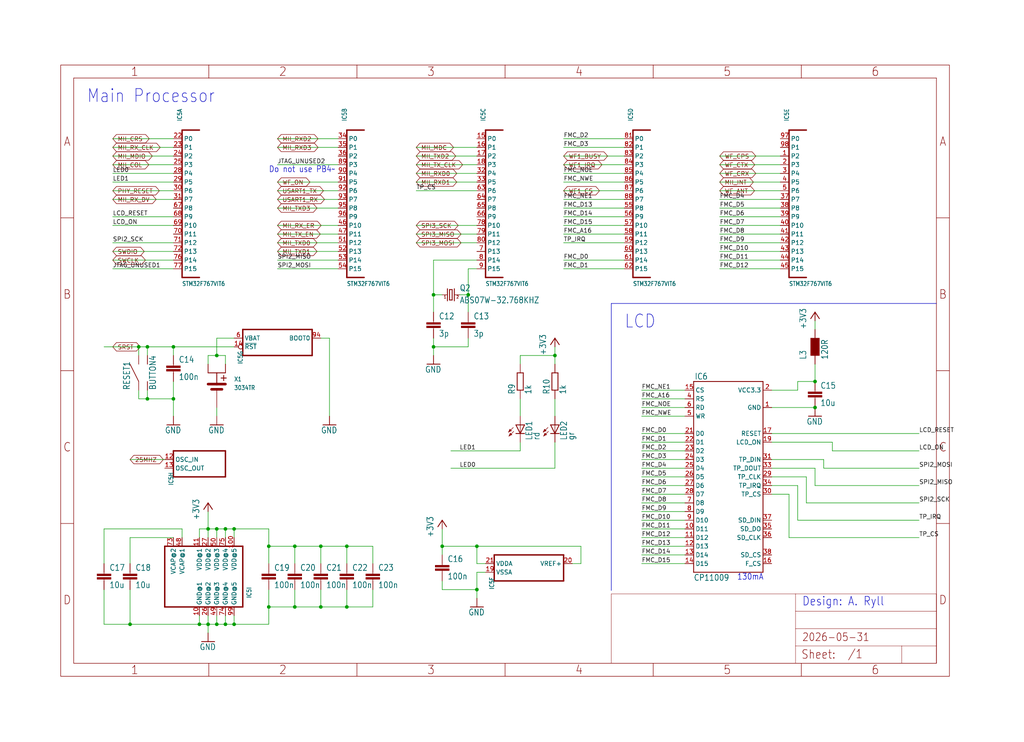
<source format=kicad_sch>
(kicad_sch (version 20231120) (generator "eeschema") (generator_version "8.0")
  (paper "User" 299.999 217.322)
  (junction (at 93.98 177.8))
  (junction (at 63.5 182.88))
  (junction (at 68.58 182.88))
  (junction (at 139.7 172.72))
  (junction (at 86.36 177.8))
  (junction (at 129.54 160.02))
  (junction (at 58.42 182.88))
  (junction (at 162.56 104.14))
  (junction (at 60.96 154.94))
  (junction (at 66.04 182.88))
  (junction (at 63.5 154.94))
  (junction (at 78.74 177.8))
  (junction (at 38.1 182.88))
  (junction (at 66.04 154.94))
  (junction (at 101.6 160.02))
  (junction (at 127 101.6))
  (junction (at 139.7 160.02))
  (junction (at 63.5 104.14))
  (junction (at 68.58 154.94))
  (junction (at 78.74 160.02))
  (junction (at 60.96 182.88))
  (junction (at 101.6 177.8))
  (junction (at 40.64 101.6))
  (junction (at 238.76 119.38))
  (junction (at 50.8 116.84))
  (junction (at 93.98 160.02))
  (junction (at 86.36 160.02))
  (junction (at 137.16 86.36))
  (junction (at 238.76 111.76))
  (junction (at 50.8 101.6))
  (junction (at 127 86.36))
  (junction (at 43.18 101.6))
  (junction (at 43.18 116.84))
  (wire (pts (xy 68.58 154.94) (xy 78.74 154.94)) (stroke (width 0.1524)))
  (wire (pts (xy 139.7 71.12) (xy 121.92 71.12)) (stroke (width 0.1524)))
  (wire (pts (xy 50.8 121.92) (xy 50.8 116.84)) (stroke (width 0.1524)))
  (wire (pts (xy 68.58 182.88) (xy 68.58 180.34)) (stroke (width 0.1524)))
  (wire (pts (xy 38.1 157.48) (xy 38.1 165.1)) (stroke (width 0.1524)))
  (wire (pts (xy 210.82 71.12) (xy 228.6 71.12)) (stroke (width 0.1524)))
  (wire (pts (xy 129.54 172.72) (xy 129.54 170.18)) (stroke (width 0.1524)))
  (wire (pts (xy 210.82 60.96) (xy 228.6 60.96)) (stroke (width 0.1524)))
  (wire (pts (xy 200.66 137.16) (xy 187.96 137.16)) (stroke (width 0.1524)))
  (wire (pts (xy 78.74 177.8) (xy 86.36 177.8)) (stroke (width 0.1524)))
  (wire (pts (xy 63.5 104.14) (xy 63.5 99.06)) (stroke (width 0.1524)))
  (wire (pts (xy 50.8 116.84) (xy 50.8 111.76)) (stroke (width 0.1524)))
  (wire (pts (xy 78.74 182.88) (xy 78.74 177.8)) (stroke (width 0.1524)))
  (wire (pts (xy 236.22 147.32) (xy 269.24 147.32)) (stroke (width 0.1524)))
  (wire (pts (xy 200.66 160.02) (xy 187.96 160.02)) (stroke (width 0.1524)))
  (wire (pts (xy 139.7 45.72) (xy 121.92 45.72)) (stroke (width 0.1524)))
  (wire (pts (xy 50.8 76.2) (xy 33.02 76.2)) (stroke (width 0.1524)))
  (wire (pts (xy 99.06 71.12) (xy 81.28 71.12)) (stroke (width 0.1524)))
  (wire (pts (xy 53.34 157.48) (xy 53.34 154.94)) (stroke (width 0.1524)))
  (wire (pts (xy 99.06 68.58) (xy 81.28 68.58)) (stroke (width 0.1524)))
  (wire (pts (xy 200.66 129.54) (xy 187.96 129.54)) (stroke (width 0.1524)))
  (wire (pts (xy 210.82 76.2) (xy 228.6 76.2)) (stroke (width 0.1524)))
  (polyline (pts (xy 179.07 88.9) (xy 179.07 172.974)) (stroke (width 0.1524) (type solid)))
  (wire (pts (xy 58.42 154.94) (xy 58.42 157.48)) (stroke (width 0.1524)))
  (wire (pts (xy 127 86.36) (xy 127 76.2)) (stroke (width 0.1524)))
  (wire (pts (xy 93.98 165.1) (xy 93.98 160.02)) (stroke (width 0.1524)))
  (wire (pts (xy 241.3 137.16) (xy 241.3 134.62)) (stroke (width 0.1524)))
  (wire (pts (xy 99.06 40.64) (xy 81.28 40.64)) (stroke (width 0.1524)))
  (wire (pts (xy 182.88 60.96) (xy 165.1 60.96)) (stroke (width 0.1524)))
  (wire (pts (xy 50.8 48.26) (xy 33.02 48.26)) (stroke (width 0.1524)))
  (wire (pts (xy 60.96 154.94) (xy 60.96 149.86)) (stroke (width 0.1524)))
  (wire (pts (xy 50.8 157.48) (xy 38.1 157.48)) (stroke (width 0.1524)))
  (wire (pts (xy 182.88 66.04) (xy 165.1 66.04)) (stroke (width 0.1524)))
  (wire (pts (xy 99.06 78.74) (xy 81.28 78.74)) (stroke (width 0.1524)))
  (wire (pts (xy 40.64 104.14) (xy 40.64 101.6)) (stroke (width 0.1524)))
  (wire (pts (xy 238.76 137.16) (xy 226.06 137.16)) (stroke (width 0.1524)))
  (wire (pts (xy 63.5 121.92) (xy 63.5 119.38)) (stroke (width 0.1524)))
  (wire (pts (xy 99.06 73.66) (xy 81.28 73.66)) (stroke (width 0.1524)))
  (wire (pts (xy 233.68 142.24) (xy 226.06 142.24)) (stroke (width 0.1524)))
  (wire (pts (xy 200.66 142.24) (xy 187.96 142.24)) (stroke (width 0.1524)))
  (wire (pts (xy 60.96 104.14) (xy 63.5 104.14)) (stroke (width 0.1524)))
  (wire (pts (xy 233.68 114.3) (xy 233.68 111.76)) (stroke (width 0.1524)))
  (wire (pts (xy 182.88 78.74) (xy 165.1 78.74)) (stroke (width 0.1524)))
  (wire (pts (xy 200.66 154.94) (xy 187.96 154.94)) (stroke (width 0.1524)))
  (wire (pts (xy 139.7 50.8) (xy 121.92 50.8)) (stroke (width 0.1524)))
  (wire (pts (xy 152.4 106.68) (xy 152.4 104.14)) (stroke (width 0.1524)))
  (wire (pts (xy 93.98 172.72) (xy 93.98 177.8)) (stroke (width 0.1524)))
  (wire (pts (xy 127 76.2) (xy 139.7 76.2)) (stroke (width 0.1524)))
  (wire (pts (xy 50.8 43.18) (xy 33.02 43.18)) (stroke (width 0.1524)))
  (wire (pts (xy 68.58 157.48) (xy 68.58 154.94)) (stroke (width 0.1524)))
  (wire (pts (xy 182.88 40.64) (xy 165.1 40.64)) (stroke (width 0.1524)))
  (wire (pts (xy 139.7 165.1) (xy 139.7 160.02)) (stroke (width 0.1524)))
  (wire (pts (xy 167.64 165.1) (xy 170.18 165.1)) (stroke (width 0.1524)))
  (wire (pts (xy 139.7 48.26) (xy 121.92 48.26)) (stroke (width 0.1524)))
  (wire (pts (xy 99.06 48.26) (xy 81.28 48.26)) (stroke (width 0.1524)))
  (wire (pts (xy 139.7 53.34) (xy 121.92 53.34)) (stroke (width 0.1524)))
  (wire (pts (xy 142.24 165.1) (xy 139.7 165.1)) (stroke (width 0.1524)))
  (wire (pts (xy 86.36 160.02) (xy 93.98 160.02)) (stroke (width 0.1524)))
  (wire (pts (xy 68.58 182.88) (xy 78.74 182.88)) (stroke (width 0.1524)))
  (wire (pts (xy 60.96 182.88) (xy 63.5 182.88)) (stroke (width 0.1524)))
  (wire (pts (xy 60.96 154.94) (xy 63.5 154.94)) (stroke (width 0.1524)))
  (wire (pts (xy 101.6 177.8) (xy 109.22 177.8)) (stroke (width 0.1524)))
  (wire (pts (xy 99.06 53.34) (xy 81.28 53.34)) (stroke (width 0.1524)))
  (wire (pts (xy 127 86.36) (xy 127 91.44)) (stroke (width 0.1524)))
  (wire (pts (xy 86.36 165.1) (xy 86.36 160.02)) (stroke (width 0.1524)))
  (wire (pts (xy 243.84 129.54) (xy 243.84 132.08)) (stroke (width 0.1524)))
  (wire (pts (xy 200.66 157.48) (xy 187.96 157.48)) (stroke (width 0.1524)))
  (wire (pts (xy 269.24 132.08) (xy 243.84 132.08)) (stroke (width 0.1524)))
  (wire (pts (xy 228.6 63.5) (xy 210.82 63.5)) (stroke (width 0.1524)))
  (wire (pts (xy 226.06 114.3) (xy 233.68 114.3)) (stroke (width 0.1524)))
  (wire (pts (xy 78.74 160.02) (xy 86.36 160.02)) (stroke (width 0.1524)))
  (wire (pts (xy 60.96 157.48) (xy 60.96 154.94)) (stroke (width 0.1524)))
  (wire (pts (xy 63.5 104.14) (xy 66.04 104.14)) (stroke (width 0.1524)))
  (wire (pts (xy 200.66 147.32) (xy 187.96 147.32)) (stroke (width 0.1524)))
  (wire (pts (xy 200.66 119.38) (xy 187.96 119.38)) (stroke (width 0.1524)))
  (wire (pts (xy 30.48 172.72) (xy 30.48 182.88)) (stroke (width 0.1524)))
  (wire (pts (xy 233.68 111.76) (xy 238.76 111.76)) (stroke (width 0.1524)))
  (wire (pts (xy 50.8 101.6) (xy 43.18 101.6)) (stroke (width 0.1524)))
  (wire (pts (xy 200.66 132.08) (xy 187.96 132.08)) (stroke (width 0.1524)))
  (wire (pts (xy 93.98 177.8) (xy 101.6 177.8)) (stroke (width 0.1524)))
  (wire (pts (xy 238.76 142.24) (xy 269.24 142.24)) (stroke (width 0.1524)))
  (wire (pts (xy 139.7 68.58) (xy 121.92 68.58)) (stroke (width 0.1524)))
  (wire (pts (xy 127 101.6) (xy 127 99.06)) (stroke (width 0.1524)))
  (wire (pts (xy 78.74 172.72) (xy 78.74 177.8)) (stroke (width 0.1524)))
  (wire (pts (xy 162.56 106.68) (xy 162.56 104.14)) (stroke (width 0.1524)))
  (wire (pts (xy 210.82 66.04) (xy 228.6 66.04)) (stroke (width 0.1524)))
  (wire (pts (xy 228.6 50.8) (xy 210.82 50.8)) (stroke (width 0.1524)))
  (wire (pts (xy 78.74 165.1) (xy 78.74 160.02)) (stroke (width 0.1524)))
  (wire (pts (xy 99.06 43.18) (xy 81.28 43.18)) (stroke (width 0.1524)))
  (wire (pts (xy 238.76 96.52) (xy 238.76 93.98)) (stroke (width 0.1524)))
  (wire (pts (xy 93.98 160.02) (xy 101.6 160.02)) (stroke (width 0.1524)))
  (wire (pts (xy 228.6 55.88) (xy 210.82 55.88)) (stroke (width 0.1524)))
  (wire (pts (xy 43.18 116.84) (xy 50.8 116.84)) (stroke (width 0.1524)))
  (wire (pts (xy 86.36 172.72) (xy 86.36 177.8)) (stroke (width 0.1524)))
  (wire (pts (xy 152.4 129.54) (xy 152.4 132.08)) (stroke (width 0.1524)))
  (wire (pts (xy 139.7 55.88) (xy 121.92 55.88)) (stroke (width 0.1524)))
  (wire (pts (xy 60.96 180.34) (xy 60.96 182.88)) (stroke (width 0.1524)))
  (wire (pts (xy 137.16 78.74) (xy 139.7 78.74)) (stroke (width 0.1524)))
  (wire (pts (xy 43.18 114.3) (xy 43.18 116.84)) (stroke (width 0.1524)))
  (wire (pts (xy 139.7 66.04) (xy 121.92 66.04)) (stroke (width 0.1524)))
  (wire (pts (xy 228.6 68.58) (xy 210.82 68.58)) (stroke (width 0.1524)))
  (wire (pts (xy 68.58 101.6) (xy 50.8 101.6)) (stroke (width 0.1524)))
  (wire (pts (xy 50.8 66.04) (xy 33.02 66.04)) (stroke (width 0.1524)))
  (wire (pts (xy 200.66 121.92) (xy 187.96 121.92)) (stroke (width 0.1524)))
  (wire (pts (xy 30.48 182.88) (xy 38.1 182.88)) (stroke (width 0.1524)))
  (wire (pts (xy 182.88 48.26) (xy 165.1 48.26)) (stroke (width 0.1524)))
  (wire (pts (xy 60.96 154.94) (xy 58.42 154.94)) (stroke (width 0.1524)))
  (wire (pts (xy 58.42 180.34) (xy 58.42 182.88)) (stroke (width 0.1524)))
  (wire (pts (xy 200.66 162.56) (xy 187.96 162.56)) (stroke (width 0.1524)))
  (wire (pts (xy 231.14 144.78) (xy 226.06 144.78)) (stroke (width 0.1524)))
  (wire (pts (xy 231.14 157.48) (xy 231.14 144.78)) (stroke (width 0.1524)))
  (wire (pts (xy 182.88 45.72) (xy 165.1 45.72)) (stroke (width 0.1524)))
  (wire (pts (xy 109.22 172.72) (xy 109.22 177.8)) (stroke (width 0.1524)))
  (wire (pts (xy 170.18 160.02) (xy 139.7 160.02)) (stroke (width 0.1524)))
  (wire (pts (xy 182.88 76.2) (xy 165.1 76.2)) (stroke (width 0.1524)))
  (wire (pts (xy 60.96 106.68) (xy 60.96 104.14)) (stroke (width 0.1524)))
  (wire (pts (xy 200.66 139.7) (xy 187.96 139.7)) (stroke (width 0.1524)))
  (wire (pts (xy 182.88 55.88) (xy 165.1 55.88)) (stroke (width 0.1524)))
  (wire (pts (xy 241.3 134.62) (xy 226.06 134.62)) (stroke (width 0.1524)))
  (wire (pts (xy 50.8 73.66) (xy 33.02 73.66)) (stroke (width 0.1524)))
  (wire (pts (xy 238.76 111.76) (xy 238.76 106.68)) (stroke (width 0.1524)))
  (wire (pts (xy 200.66 152.4) (xy 187.96 152.4)) (stroke (width 0.1524)))
  (wire (pts (xy 101.6 160.02) (xy 109.22 160.02)) (stroke (width 0.1524)))
  (wire (pts (xy 99.06 58.42) (xy 81.28 58.42)) (stroke (width 0.1524)))
  (wire (pts (xy 63.5 182.88) (xy 66.04 182.88)) (stroke (width 0.1524)))
  (wire (pts (xy 233.68 152.4) (xy 233.68 142.24)) (stroke (width 0.1524)))
  (wire (pts (xy 38.1 134.62) (xy 48.26 134.62)) (stroke (width 0.1524)))
  (wire (pts (xy 30.48 154.94) (xy 30.48 165.1)) (stroke (width 0.1524)))
  (wire (pts (xy 50.8 45.72) (xy 33.02 45.72)) (stroke (width 0.1524)))
  (wire (pts (xy 96.52 99.06) (xy 93.98 99.06)) (stroke (width 0.1524)))
  (wire (pts (xy 269.24 152.4) (xy 233.68 152.4)) (stroke (width 0.1524)))
  (wire (pts (xy 182.88 63.5) (xy 165.1 63.5)) (stroke (width 0.1524)))
  (wire (pts (xy 139.7 172.72) (xy 129.54 172.72)) (stroke (width 0.1524)))
  (wire (pts (xy 43.18 104.14) (xy 43.18 101.6)) (stroke (width 0.1524)))
  (wire (pts (xy 137.16 101.6) (xy 137.16 99.06)) (stroke (width 0.1524)))
  (wire (pts (xy 182.88 50.8) (xy 165.1 50.8)) (stroke (width 0.1524)))
  (wire (pts (xy 137.16 86.36) (xy 137.16 91.44)) (stroke (width 0.1524)))
  (wire (pts (xy 129.54 160.02) (xy 139.7 160.02)) (stroke (width 0.1524)))
  (wire (pts (xy 50.8 104.14) (xy 50.8 101.6)) (stroke (width 0.1524)))
  (wire (pts (xy 226.06 127) (xy 269.24 127)) (stroke (width 0.1524)))
  (wire (pts (xy 99.06 60.96) (xy 81.28 60.96)) (stroke (width 0.1524)))
  (wire (pts (xy 40.64 114.3) (xy 40.64 116.84)) (stroke (width 0.1524)))
  (polyline (pts (xy 274.32 88.9) (xy 179.07 88.9)) (stroke (width 0.1524) (type solid)))
  (wire (pts (xy 50.8 50.8) (xy 33.02 50.8)) (stroke (width 0.1524)))
  (wire (pts (xy 200.66 165.1) (xy 187.96 165.1)) (stroke (width 0.1524)))
  (wire (pts (xy 139.7 172.72) (xy 139.7 175.26)) (stroke (width 0.1524)))
  (wire (pts (xy 226.06 119.38) (xy 238.76 119.38)) (stroke (width 0.1524)))
  (wire (pts (xy 182.88 43.18) (xy 165.1 43.18)) (stroke (width 0.1524)))
  (wire (pts (xy 53.34 154.94) (xy 30.48 154.94)) (stroke (width 0.1524)))
  (wire (pts (xy 63.5 157.48) (xy 63.5 154.94)) (stroke (width 0.1524)))
  (wire (pts (xy 238.76 142.24) (xy 238.76 137.16)) (stroke (width 0.1524)))
  (wire (pts (xy 66.04 104.14) (xy 66.04 106.68)) (stroke (width 0.1524)))
  (wire (pts (xy 236.22 147.32) (xy 236.22 139.7)) (stroke (width 0.1524)))
  (wire (pts (xy 50.8 71.12) (xy 33.02 71.12)) (stroke (width 0.1524)))
  (wire (pts (xy 127 101.6) (xy 137.16 101.6)) (stroke (width 0.1524)))
  (wire (pts (xy 127 104.14) (xy 127 101.6)) (stroke (width 0.1524)))
  (wire (pts (xy 109.22 165.1) (xy 109.22 160.02)) (stroke (width 0.1524)))
  (wire (pts (xy 66.04 180.34) (xy 66.04 182.88)) (stroke (width 0.1524)))
  (wire (pts (xy 38.1 182.88) (xy 58.42 182.88)) (stroke (width 0.1524)))
  (wire (pts (xy 50.8 58.42) (xy 33.02 58.42)) (stroke (width 0.1524)))
  (wire (pts (xy 134.62 86.36) (xy 137.16 86.36)) (stroke (width 0.1524)))
  (wire (pts (xy 99.06 76.2) (xy 81.28 76.2)) (stroke (width 0.1524)))
  (wire (pts (xy 137.16 86.36) (xy 137.16 78.74)) (stroke (width 0.1524)))
  (wire (pts (xy 86.36 177.8) (xy 93.98 177.8)) (stroke (width 0.1524)))
  (wire (pts (xy 269.24 157.48) (xy 231.14 157.48)) (stroke (width 0.1524)))
  (wire (pts (xy 129.54 162.56) (xy 129.54 160.02)) (stroke (width 0.1524)))
  (wire (pts (xy 139.7 43.18) (xy 121.92 43.18)) (stroke (width 0.1524)))
  (wire (pts (xy 162.56 137.16) (xy 132.08 137.16)) (stroke (width 0.1524)))
  (wire (pts (xy 142.24 167.64) (xy 139.7 167.64)) (stroke (width 0.1524)))
  (wire (pts (xy 182.88 71.12) (xy 165.1 71.12)) (stroke (width 0.1524)))
  (wire (pts (xy 40.64 101.6) (xy 30.48 101.6)) (stroke (width 0.1524)))
  (wire (pts (xy 269.24 137.16) (xy 241.3 137.16)) (stroke (width 0.1524)))
  (wire (pts (xy 63.5 99.06) (xy 68.58 99.06)) (stroke (width 0.1524)))
  (wire (pts (xy 228.6 58.42) (xy 210.82 58.42)) (stroke (width 0.1524)))
  (wire (pts (xy 236.22 139.7) (xy 226.06 139.7)) (stroke (width 0.1524)))
  (wire (pts (xy 129.54 160.02) (xy 129.54 154.94)) (stroke (width 0.1524)))
  (wire (pts (xy 200.66 144.78) (xy 187.96 144.78)) (stroke (width 0.1524)))
  (wire (pts (xy 101.6 165.1) (xy 101.6 160.02)) (stroke (width 0.1524)))
  (wire (pts (xy 170.18 165.1) (xy 170.18 160.02)) (stroke (width 0.1524)))
  (wire (pts (xy 63.5 154.94) (xy 66.04 154.94)) (stroke (width 0.1524)))
  (wire (pts (xy 228.6 48.26) (xy 210.82 48.26)) (stroke (width 0.1524)))
  (wire (pts (xy 200.66 127) (xy 187.96 127)) (stroke (width 0.1524)))
  (wire (pts (xy 162.56 129.54) (xy 162.56 137.16)) (stroke (width 0.1524)))
  (wire (pts (xy 63.5 182.88) (xy 63.5 180.34)) (stroke (width 0.1524)))
  (wire (pts (xy 66.04 154.94) (xy 68.58 154.94)) (stroke (width 0.1524)))
  (wire (pts (xy 96.52 121.92) (xy 96.52 99.06)) (stroke (width 0.1524)))
  (wire (pts (xy 228.6 45.72) (xy 210.82 45.72)) (stroke (width 0.1524)))
  (wire (pts (xy 139.7 167.64) (xy 139.7 172.72)) (stroke (width 0.1524)))
  (wire (pts (xy 50.8 40.64) (xy 33.02 40.64)) (stroke (width 0.1524)))
  (wire (pts (xy 99.06 66.04) (xy 81.28 66.04)) (stroke (width 0.1524)))
  (wire (pts (xy 40.64 116.84) (xy 43.18 116.84)) (stroke (width 0.1524)))
  (wire (pts (xy 152.4 121.92) (xy 152.4 116.84)) (stroke (width 0.1524)))
  (wire (pts (xy 226.06 129.54) (xy 243.84 129.54)) (stroke (width 0.1524)))
  (wire (pts (xy 200.66 134.62) (xy 187.96 134.62)) (stroke (width 0.1524)))
  (wire (pts (xy 66.04 182.88) (xy 68.58 182.88)) (stroke (width 0.1524)))
  (wire (pts (xy 66.04 157.48) (xy 66.04 154.94)) (stroke (width 0.1524)))
  (wire (pts (xy 182.88 58.42) (xy 165.1 58.42)) (stroke (width 0.1524)))
  (wire (pts (xy 162.56 121.92) (xy 162.56 116.84)) (stroke (width 0.1524)))
  (wire (pts (xy 101.6 172.72) (xy 101.6 177.8)) (stroke (width 0.1524)))
  (wire (pts (xy 38.1 172.72) (xy 38.1 182.88)) (stroke (width 0.1524)))
  (wire (pts (xy 78.74 154.94) (xy 78.74 160.02)) (stroke (width 0.1524)))
  (wire (pts (xy 60.96 185.42) (xy 60.96 182.88)) (stroke (width 0.1524)))
  (wire (pts (xy 182.88 68.58) (xy 165.1 68.58)) (stroke (width 0.1524)))
  (wire (pts (xy 228.6 78.74) (xy 210.82 78.74)) (stroke (width 0.1524)))
  (wire (pts (xy 200.66 114.3) (xy 187.96 114.3)) (stroke (width 0.1524)))
  (wire (pts (xy 162.56 104.14) (xy 162.56 101.6)) (stroke (width 0.1524)))
  (wire (pts (xy 58.42 182.88) (xy 60.96 182.88)) (stroke (width 0.1524)))
  (wire (pts (xy 50.8 53.34) (xy 33.02 53.34)) (stroke (width 0.1524)))
  (wire (pts (xy 200.66 149.86) (xy 187.96 149.86)) (stroke (width 0.1524)))
  (wire (pts (xy 50.8 78.74) (xy 33.02 78.74)) (stroke (width 0.1524)))
  (wire (pts (xy 162.56 104.14) (xy 152.4 104.14)) (stroke (width 0.1524)))
  (wire (pts (xy 129.54 86.36) (xy 127 86.36)) (stroke (width 0.1524)))
  (wire (pts (xy 99.06 55.88) (xy 81.28 55.88)) (stroke (width 0.1524)))
  (wire (pts (xy 50.8 55.88) (xy 33.02 55.88)) (stroke (width 0.1524)))
  (wire (pts (xy 182.88 53.34) (xy 165.1 53.34)) (stroke (width 0.1524)))
  (wire (pts (xy 50.8 63.5) (xy 33.02 63.5)) (stroke (width 0.1524)))
  (wire (pts (xy 200.66 116.84) (xy 187.96 116.84)) (stroke (width 0.1524)))
  (wire (pts (xy 228.6 53.34) (xy 210.82 53.34)) (stroke (width 0.1524)))
  (wire (pts (xy 228.6 73.66) (xy 210.82 73.66)) (stroke (width 0.1524)))
  (wire (pts (xy 43.18 101.6) (xy 40.64 101.6)) (stroke (width 0.1524)))
  (wire (pts (xy 152.4 132.08) (xy 132.08 132.08)) (stroke (width 0.1524)))
  (text "130mA" (at 215.9 170.18 0) (effects (font (size 1.778 1.5113)) (justify left bottom)))
  (text "LCD" (at 182.88 96.52 0) (effects (font (size 3.81 3.2385)) (justify left bottom)))
  (text "Main Processor" (at 25.4 30.48 0) (effects (font (size 3.81 3.2385)) (justify left bottom)))
  (text "Design: A. Ryll" (at 234.95 177.8 0) (effects (font (size 2.54 2.159)) (justify left bottom)))
  (text "Do not use PB4~~{}" (at 78.74 50.8 0) (effects (font (size 1.778 1.5113)) (justify left bottom)))
  (label "FMC_D14" (at 187.96 162.56 0) (effects (font (size 1.2446 1.2446))))
  (label "TP_IRQ" (at 269.24 152.4 0) (effects (font (size 1.2446 1.2446))))
  (label "FMC_D5" (at 210.82 60.96 0) (effects (font (size 1.2446 1.2446))))
  (label "FMC_D15" (at 165.1 66.04 0) (effects (font (size 1.2446 1.2446))))
  (label "FMC_D8" (at 210.82 68.58 0) (effects (font (size 1.2446 1.2446))))
  (label "LED1" (at 134.62 132.08 0) (effects (font (size 1.2446 1.2446))))
  (label "FMC_NOE" (at 187.96 119.38 0) (effects (font (size 1.2446 1.2446))))
  (label "FMC_D10" (at 187.96 152.4 0) (effects (font (size 1.2446 1.2446))))
  (label "FMC_D9" (at 187.96 149.86 0) (effects (font (size 1.2446 1.2446))))
  (label "FMC_D1" (at 187.96 129.54 0) (effects (font (size 1.2446 1.2446))))
  (label "SPI2_SCK" (at 33.02 71.12 0) (effects (font (size 1.2446 1.2446))))
  (label "FMC_D0" (at 165.1 76.2 0) (effects (font (size 1.2446 1.2446))))
  (label "FMC_D12" (at 210.82 78.74 0) (effects (font (size 1.2446 1.2446))))
  (label "FMC_D8" (at 187.96 147.32 0) (effects (font (size 1.2446 1.2446))))
  (label "FMC_D7" (at 210.82 66.04 0) (effects (font (size 1.2446 1.2446))))
  (label "FMC_D2" (at 165.1 40.64 0) (effects (font (size 1.2446 1.2446))))
  (label "FMC_D7" (at 187.96 144.78 0) (effects (font (size 1.2446 1.2446))))
  (label "FMC_D13" (at 187.96 160.02 0) (effects (font (size 1.2446 1.2446))))
  (label "FMC_D0" (at 187.96 127 0) (effects (font (size 1.2446 1.2446))))
  (label "SPI2_MOSI" (at 269.24 137.16 0) (effects (font (size 1.2446 1.2446))))
  (label "FMC_A16" (at 187.96 116.84 0) (effects (font (size 1.2446 1.2446))))
  (label "LED0" (at 134.62 137.16 0) (effects (font (size 1.2446 1.2446))))
  (label "FMC_D3" (at 187.96 134.62 0) (effects (font (size 1.2446 1.2446))))
  (label "TP_CS" (at 269.24 157.48 0) (effects (font (size 1.2446 1.2446))))
  (label "FMC_D6" (at 187.96 142.24 0) (effects (font (size 1.2446 1.2446))))
  (label "FMC_NWE" (at 187.96 121.92 0) (effects (font (size 1.2446 1.2446))))
  (label "FMC_NOE" (at 165.1 50.8 0) (effects (font (size 1.2446 1.2446))))
  (label "LCD_ON" (at 269.24 132.08 0) (effects (font (size 1.2446 1.2446))))
  (label "FMC_D1" (at 165.1 78.74 0) (effects (font (size 1.2446 1.2446))))
  (label "FMC_D12" (at 187.96 157.48 0) (effects (font (size 1.2446 1.2446))))
  (label "JTAG_UNUSED2" (at 81.28 48.26 0) (effects (font (size 1.2446 1.2446))))
  (label "LED0" (at 33.02 50.8 0) (effects (font (size 1.2446 1.2446))))
  (label "FMC_NE1" (at 187.96 114.3 0) (effects (font (size 1.2446 1.2446))))
  (label "FMC_NE1" (at 165.1 58.42 0) (effects (font (size 1.2446 1.2446))))
  (label "FMC_D10" (at 210.82 73.66 0) (effects (font (size 1.2446 1.2446))))
  (label "SPI2_SCK" (at 269.24 147.32 0) (effects (font (size 1.2446 1.2446))))
  (label "FMC_D9" (at 210.82 71.12 0) (effects (font (size 1.2446 1.2446))))
  (label "FMC_D13" (at 165.1 60.96 0) (effects (font (size 1.2446 1.2446))))
  (label "FMC_D2" (at 187.96 132.08 0) (effects (font (size 1.2446 1.2446))))
  (label "FMC_D11" (at 210.82 76.2 0) (effects (font (size 1.2446 1.2446))))
  (label "LCD_ON" (at 33.02 66.04 0) (effects (font (size 1.2446 1.2446))))
  (label "LCD_RESET" (at 269.24 127 0) (effects (font (size 1.2446 1.2446))))
  (label "LED1" (at 33.02 53.34 0) (effects (font (size 1.2446 1.2446))))
  (label "FMC_NWE" (at 165.1 53.34 0) (effects (font (size 1.2446 1.2446))))
  (label "SPI2_MISO" (at 269.24 142.24 0) (effects (font (size 1.2446 1.2446))))
  (label "SPI2_MOSI" (at 81.28 78.74 0) (effects (font (size 1.2446 1.2446))))
  (label "FMC_D14" (at 165.1 63.5 0) (effects (font (size 1.2446 1.2446))))
  (label "FMC_D3" (at 165.1 43.18 0) (effects (font (size 1.2446 1.2446))))
  (label "FMC_D6" (at 210.82 63.5 0) (effects (font (size 1.2446 1.2446))))
  (label "SPI2_MISO" (at 81.28 76.2 0) (effects (font (size 1.2446 1.2446))))
  (label "FMC_D5" (at 187.96 139.7 0) (effects (font (size 1.2446 1.2446))))
  (label "LCD_RESET" (at 33.02 63.5 0) (effects (font (size 1.2446 1.2446))))
  (label "FMC_D11" (at 187.96 154.94 0) (effects (font (size 1.2446 1.2446))))
  (label "FMC_D4" (at 187.96 137.16 0) (effects (font (size 1.2446 1.2446))))
  (label "JTAG_UNUSED1" (at 33.02 78.74 0) (effects (font (size 1.2446 1.2446))))
  (label "TP_CS" (at 121.92 55.88 0) (effects (font (size 1.2446 1.2446))))
  (label "FMC_D4" (at 210.82 58.42 0) (effects (font (size 1.2446 1.2446))))
  (label "FMC_A16" (at 165.1 68.58 0) (effects (font (size 1.2446 1.2446))))
  (label "TP_IRQ" (at 165.1 71.12 0) (effects (font (size 1.2446 1.2446))))
  (label "FMC_D15" (at 187.96 165.1 0) (effects (font (size 1.2446 1.2446))))
  (global_label "MII_TXD0" (shape bidirectional) (at 81.28 71.12 0) (effects (font (size 1.2446 1.2446))) (property "Intersheetrefs" "${INTERSHEET_REFS}" (effects (hide yes))))
  (global_label "MII_MDC" (shape bidirectional) (at 121.92 43.18 0) (effects (font (size 1.2446 1.2446))) (property "Intersheetrefs" "${INTERSHEET_REFS}" (effects (hide yes))))
  (global_label "WF_CRX" (shape bidirectional) (at 210.82 50.8 0) (effects (font (size 1.2446 1.2446))) (property "Intersheetrefs" "${INTERSHEET_REFS}" (effects (hide yes))))
  (global_label "PHY_RESET" (shape bidirectional) (at 33.02 55.88 0) (effects (font (size 1.2446 1.2446))) (property "Intersheetrefs" "${INTERSHEET_REFS}" (effects (hide yes))))
  (global_label "MII_TXD1" (shape bidirectional) (at 81.28 73.66 0) (effects (font (size 1.2446 1.2446))) (property "Intersheetrefs" "${INTERSHEET_REFS}" (effects (hide yes))))
  (global_label "25MHZ" (shape bidirectional) (at 38.1 134.62 0) (effects (font (size 1.2446 1.2446))) (property "Intersheetrefs" "${INTERSHEET_REFS}" (effects (hide yes))))
  (global_label "WF1_IRQ" (shape bidirectional) (at 165.1 48.26 0) (effects (font (size 1.2446 1.2446))) (property "Intersheetrefs" "${INTERSHEET_REFS}" (effects (hide yes))))
  (global_label "SWDIO" (shape bidirectional) (at 33.02 73.66 0) (effects (font (size 1.2446 1.2446))) (property "Intersheetrefs" "${INTERSHEET_REFS}" (effects (hide yes))))
  (global_label "MII_CRS" (shape bidirectional) (at 33.02 40.64 0) (effects (font (size 1.2446 1.2446))) (property "Intersheetrefs" "${INTERSHEET_REFS}" (effects (hide yes))))
  (global_label "MII_TX_CLK" (shape bidirectional) (at 121.92 48.26 0) (effects (font (size 1.2446 1.2446))) (property "Intersheetrefs" "${INTERSHEET_REFS}" (effects (hide yes))))
  (global_label "WF_ANT" (shape bidirectional) (at 210.82 55.88 0) (effects (font (size 1.2446 1.2446))) (property "Intersheetrefs" "${INTERSHEET_REFS}" (effects (hide yes))))
  (global_label "SPI3_SCK" (shape bidirectional) (at 121.92 66.04 0) (effects (font (size 1.2446 1.2446))) (property "Intersheetrefs" "${INTERSHEET_REFS}" (effects (hide yes))))
  (global_label "MII_RXD3" (shape bidirectional) (at 81.28 43.18 0) (effects (font (size 1.2446 1.2446))) (property "Intersheetrefs" "${INTERSHEET_REFS}" (effects (hide yes))))
  (global_label "MII_INT" (shape bidirectional) (at 210.82 53.34 0) (effects (font (size 1.2446 1.2446))) (property "Intersheetrefs" "${INTERSHEET_REFS}" (effects (hide yes))))
  (global_label "MII_COL" (shape bidirectional) (at 33.02 48.26 0) (effects (font (size 1.2446 1.2446))) (property "Intersheetrefs" "${INTERSHEET_REFS}" (effects (hide yes))))
  (global_label "MII_RX_DV" (shape bidirectional) (at 33.02 58.42 0) (effects (font (size 1.2446 1.2446))) (property "Intersheetrefs" "${INTERSHEET_REFS}" (effects (hide yes))))
  (global_label "WF1_CS" (shape bidirectional) (at 165.1 55.88 0) (effects (font (size 1.2446 1.2446))) (property "Intersheetrefs" "${INTERSHEET_REFS}" (effects (hide yes))))
  (global_label "USART1_RX" (shape bidirectional) (at 81.28 58.42 0) (effects (font (size 1.2446 1.2446))) (property "Intersheetrefs" "${INTERSHEET_REFS}" (effects (hide yes))))
  (global_label "MII_RX_CLK" (shape bidirectional) (at 33.02 43.18 0) (effects (font (size 1.2446 1.2446))) (property "Intersheetrefs" "${INTERSHEET_REFS}" (effects (hide yes))))
  (global_label "MII_RX_ER" (shape bidirectional) (at 81.28 66.04 0) (effects (font (size 1.2446 1.2446))) (property "Intersheetrefs" "${INTERSHEET_REFS}" (effects (hide yes))))
  (global_label "MII_MDIO" (shape bidirectional) (at 33.02 45.72 0) (effects (font (size 1.2446 1.2446))) (property "Intersheetrefs" "${INTERSHEET_REFS}" (effects (hide yes))))
  (global_label "MII_TX_EN" (shape bidirectional) (at 81.28 68.58 0) (effects (font (size 1.2446 1.2446))) (property "Intersheetrefs" "${INTERSHEET_REFS}" (effects (hide yes))))
  (global_label "MII_RXD0" (shape bidirectional) (at 121.92 50.8 0) (effects (font (size 1.2446 1.2446))) (property "Intersheetrefs" "${INTERSHEET_REFS}" (effects (hide yes))))
  (global_label "MII_RXD1" (shape bidirectional) (at 121.92 53.34 0) (effects (font (size 1.2446 1.2446))) (property "Intersheetrefs" "${INTERSHEET_REFS}" (effects (hide yes))))
  (global_label "MII_TXD3" (shape bidirectional) (at 81.28 60.96 0) (effects (font (size 1.2446 1.2446))) (property "Intersheetrefs" "${INTERSHEET_REFS}" (effects (hide yes))))
  (global_label "SWCLK" (shape bidirectional) (at 33.02 76.2 0) (effects (font (size 1.2446 1.2446))) (property "Intersheetrefs" "${INTERSHEET_REFS}" (effects (hide yes))))
  (global_label "SPI3_MISO" (shape bidirectional) (at 121.92 68.58 0) (effects (font (size 1.2446 1.2446))) (property "Intersheetrefs" "${INTERSHEET_REFS}" (effects (hide yes))))
  (global_label "WF_CTX" (shape bidirectional) (at 210.82 48.26 0) (effects (font (size 1.2446 1.2446))) (property "Intersheetrefs" "${INTERSHEET_REFS}" (effects (hide yes))))
  (global_label "WF_CPS" (shape bidirectional) (at 210.82 45.72 0) (effects (font (size 1.2446 1.2446))) (property "Intersheetrefs" "${INTERSHEET_REFS}" (effects (hide yes))))
  (global_label "MII_TXD2" (shape bidirectional) (at 121.92 45.72 0) (effects (font (size 1.2446 1.2446))) (property "Intersheetrefs" "${INTERSHEET_REFS}" (effects (hide yes))))
  (global_label "WF1_BUSY" (shape bidirectional) (at 165.1 45.72 0) (effects (font (size 1.2446 1.2446))) (property "Intersheetrefs" "${INTERSHEET_REFS}" (effects (hide yes))))
  (global_label "WF_ON" (shape bidirectional) (at 81.28 53.34 0) (effects (font (size 1.2446 1.2446))) (property "Intersheetrefs" "${INTERSHEET_REFS}" (effects (hide yes))))
  (global_label "SRST" (shape bidirectional) (at 33.02 101.6 0) (effects (font (size 1.2446 1.2446))) (property "Intersheetrefs" "${INTERSHEET_REFS}" (effects (hide yes))))
  (global_label "MII_RXD2" (shape bidirectional) (at 81.28 40.64 0) (effects (font (size 1.2446 1.2446))) (property "Intersheetrefs" "${INTERSHEET_REFS}" (effects (hide yes))))
  (global_label "SPI3_MOSI" (shape bidirectional) (at 121.92 71.12 0) (effects (font (size 1.2446 1.2446))) (property "Intersheetrefs" "${INTERSHEET_REFS}" (effects (hide yes))))
  (global_label "USART1_TX" (shape bidirectional) (at 81.28 55.88 0) (effects (font (size 1.2446 1.2446))) (property "Intersheetrefs" "${INTERSHEET_REFS}" (effects (hide yes))))
  (symbol (lib_id "Base Station v3b-eagle-import:A4L-LOC") (at 17.78 198.12 0) (unit 1)
    (property "Reference" "#FRAME2" (effects (hide yes)))
    (property "Value" "A4L-LOC" (effects (hide yes)))
  )
  (symbol (lib_id "Base Station v3b-eagle-import:C-EUC0603") (at 109.22 167.64 0) (unit 1)
    (property "Reference" "C23" (at 110.744 167.259 0) (effects (font (size 1.778 1.5113)) (justify left bottom)))
    (property "Value" "100n" (at 110.744 172.339 0) (effects (font (size 1.778 1.5113)) (justify left bottom)))
    (property "Footprint" "Base Station v3b:C0603" (effects (hide yes)))
  )
  (symbol (lib_id "Base Station v3b-eagle-import:C-EUC0603") (at 137.16 93.98 0) (unit 1)
    (property "Reference" "C13" (at 138.684 93.599 0) (effects (font (size 1.778 1.5113)) (justify left bottom)))
    (property "Value" "3p" (at 138.684 98.679 0) (effects (font (size 1.778 1.5113)) (justify left bottom)))
    (property "Footprint" "Base Station v3b:C0603" (effects (hide yes)))
  )
  (symbol (lib_id "Base Station v3b-eagle-import:GND") (at 50.8 124.46 0) (unit 1)
    (property "Reference" "#GND075" (effects (hide yes)))
    (property "Value" "GND" (at 48.26 127 0) (effects (font (size 1.778 1.5113)) (justify left bottom)))
  )
  (symbol (lib_id "Base Station v3b-eagle-import:C-EUC0603") (at 93.98 167.64 0) (unit 1)
    (property "Reference" "C21" (at 95.504 167.259 0) (effects (font (size 1.778 1.5113)) (justify left bottom)))
    (property "Value" "100n" (at 95.504 172.339 0) (effects (font (size 1.778 1.5113)) (justify left bottom)))
    (property "Footprint" "Base Station v3b:C0603" (effects (hide yes)))
  )
  (symbol (lib_id "Base Station v3b-eagle-import:+3V3") (at 129.54 152.4 0) (unit 1)
    (property "Reference" "#+3V07" (effects (hide yes)))
    (property "Value" "+3V3" (at 127 157.48 90) (effects (font (size 1.778 1.5113)) (justify left bottom)))
  )
  (symbol (lib_id "Base Station v3b-eagle-import:STM32F76_V") (at 187.96 58.42 0) (unit 4)
    (property "Reference" "IC5" (at 185.42 35.56 90) (effects (font (size 1.27 1.0795)) (justify left bottom)))
    (property "Value" "STM32F767VIT6" (at 185.42 83.82 0) (effects (font (size 1.27 1.0795)) (justify left bottom)))
    (property "Footprint" "Base Station v3b:LQFP100-ST" (effects (hide yes)))
  )
  (symbol (lib_id "Base Station v3b-eagle-import:GND") (at 96.52 124.46 0) (unit 1)
    (property "Reference" "#GND09" (effects (hide yes)))
    (property "Value" "GND" (at 93.98 127 0) (effects (font (size 1.778 1.5113)) (justify left bottom)))
  )
  (symbol (lib_id "Base Station v3b-eagle-import:STM32F76_V") (at 58.42 137.16 0) (unit 8)
    (property "Reference" "IC5" (at 50.8 142.24 90) (effects (font (size 1.27 1.0795)) (justify left bottom)))
    (property "Value" "STM32F767VIT6" (effects (hide yes)))
    (property "Footprint" "Base Station v3b:LQFP100-ST" (effects (hide yes)))
  )
  (symbol (lib_id "Base Station v3b-eagle-import:GND") (at 139.7 177.8 0) (unit 1)
    (property "Reference" "#GND019" (effects (hide yes)))
    (property "Value" "GND" (at 137.16 180.34 0) (effects (font (size 1.778 1.5113)) (justify left bottom)))
  )
  (symbol (lib_id "Base Station v3b-eagle-import:C-EUC0603") (at 129.54 165.1 0) (unit 1)
    (property "Reference" "C16" (at 131.064 164.719 0) (effects (font (size 1.778 1.5113)) (justify left bottom)))
    (property "Value" "100n" (at 131.064 169.799 0) (effects (font (size 1.778 1.5113)) (justify left bottom)))
    (property "Footprint" "Base Station v3b:C0603" (effects (hide yes)))
  )
  (symbol (lib_id "Base Station v3b-eagle-import:BUTTON4") (at 40.64 109.22 90) (unit 1)
    (property "Reference" "RESET1" (at 38.1 114.3 0) (effects (font (size 1.778 1.5113)) (justify left bottom)))
    (property "Value" "BUTTON4" (at 45.72 114.3 0) (effects (font (size 1.778 1.5113)) (justify left bottom)))
    (property "Footprint" "Base Station v3b:BUTTON4" (effects (hide yes)))
  )
  (symbol (lib_id "Base Station v3b-eagle-import:GND") (at 127 106.68 0) (unit 1)
    (property "Reference" "#GND02" (effects (hide yes)))
    (property "Value" "GND" (at 124.46 109.22 0) (effects (font (size 1.778 1.5113)) (justify left bottom)))
  )
  (symbol (lib_id "Base Station v3b-eagle-import:C-EUC0603") (at 50.8 106.68 0) (unit 1)
    (property "Reference" "C14" (at 52.324 106.299 0) (effects (font (size 1.778 1.5113)) (justify left bottom)))
    (property "Value" "100n" (at 52.324 111.379 0) (effects (font (size 1.778 1.5113)) (justify left bottom)))
    (property "Footprint" "Base Station v3b:C0603" (effects (hide yes)))
  )
  (symbol (lib_id "Base Station v3b-eagle-import:+3V3") (at 162.56 99.06 0) (unit 1)
    (property "Reference" "#+3V026" (effects (hide yes)))
    (property "Value" "+3V3" (at 160.02 104.14 90) (effects (font (size 1.778 1.5113)) (justify left bottom)))
  )
  (symbol (lib_id "Base Station v3b-eagle-import:CRYSTAL07W") (at 132.08 86.36 0) (unit 1)
    (property "Reference" "Q2" (at 134.62 85.344 0) (effects (font (size 1.778 1.5113)) (justify left bottom)))
    (property "Value" "ABS07W-32.768KHZ" (at 134.62 88.9 0) (effects (font (size 1.778 1.5113)) (justify left bottom)))
    (property "Footprint" "Base Station v3b:CRYSTAL-07W" (effects (hide yes)))
  )
  (symbol (lib_id "Base Station v3b-eagle-import:STM32F76_V") (at 81.28 101.6 0) (unit 7)
    (property "Reference" "IC5" (at 71.12 106.68 90) (effects (font (size 1.27 1.0795)) (justify left bottom)))
    (property "Value" "STM32F767VIT6" (effects (hide yes)))
    (property "Footprint" "Base Station v3b:LQFP100-ST" (effects (hide yes)))
  )
  (symbol (lib_id "Base Station v3b-eagle-import:C-EUC0603") (at 101.6 167.64 0) (unit 1)
    (property "Reference" "C22" (at 103.124 167.259 0) (effects (font (size 1.778 1.5113)) (justify left bottom)))
    (property "Value" "100n" (at 103.124 172.339 0) (effects (font (size 1.778 1.5113)) (justify left bottom)))
    (property "Footprint" "Base Station v3b:C0603" (effects (hide yes)))
  )
  (symbol (lib_id "Base Station v3b-eagle-import:LEDCHIP-LED0603") (at 162.56 124.46 0) (unit 1)
    (property "Reference" "LED2" (at 166.116 129.032 90) (effects (font (size 1.778 1.5113)) (justify left bottom)))
    (property "Value" "gr" (at 168.275 129.032 90) (effects (font (size 1.778 1.5113)) (justify left bottom)))
    (property "Footprint" "Base Station v3b:CHIP-LED0603" (effects (hide yes)))
  )
  (symbol (lib_id "Base Station v3b-eagle-import:C-EUC0603") (at 30.48 167.64 0) (unit 1)
    (property "Reference" "C17" (at 32.004 167.259 0) (effects (font (size 1.778 1.5113)) (justify left bottom)))
    (property "Value" "10u" (at 32.004 172.339 0) (effects (font (size 1.778 1.5113)) (justify left bottom)))
    (property "Footprint" "Base Station v3b:C0603" (effects (hide yes)))
  )
  (symbol (lib_id "Base Station v3b-eagle-import:STM32F76_V") (at 154.94 167.64 0) (unit 6)
    (property "Reference" "IC5" (at 144.78 172.72 90) (effects (font (size 1.27 1.0795)) (justify left bottom)))
    (property "Value" "STM32F767VIT6" (effects (hide yes)))
    (property "Footprint" "Base Station v3b:LQFP100-ST" (effects (hide yes)))
  )
  (symbol (lib_id "Base Station v3b-eagle-import:GND") (at 238.76 121.92 0) (unit 1)
    (property "Reference" "#GND036" (effects (hide yes)))
    (property "Value" "GND" (at 236.22 124.46 0) (effects (font (size 1.778 1.5113)) (justify left bottom)))
  )
  (symbol (lib_id "Base Station v3b-eagle-import:LEDCHIP-LED0603") (at 152.4 124.46 0) (unit 1)
    (property "Reference" "LED1" (at 155.956 129.032 90) (effects (font (size 1.778 1.5113)) (justify left bottom)))
    (property "Value" "rd" (at 158.115 129.032 90) (effects (font (size 1.778 1.5113)) (justify left bottom)))
    (property "Footprint" "Base Station v3b:CHIP-LED0603" (effects (hide yes)))
  )
  (symbol (lib_id "Base Station v3b-eagle-import:R-EU_R0603") (at 152.4 111.76 90) (unit 1)
    (property "Reference" "R9" (at 150.9014 115.57 0) (effects (font (size 1.778 1.5113)) (justify left bottom)))
    (property "Value" "1k" (at 155.702 115.57 0) (effects (font (size 1.778 1.5113)) (justify left bottom)))
    (property "Footprint" "Base Station v3b:R0603" (effects (hide yes)))
  )
  (symbol (lib_id "Base Station v3b-eagle-import:+3V3") (at 60.96 147.32 0) (unit 1)
    (property "Reference" "#+3V04" (effects (hide yes)))
    (property "Value" "+3V3" (at 58.42 152.4 90) (effects (font (size 1.778 1.5113)) (justify left bottom)))
  )
  (symbol (lib_id "Base Station v3b-eagle-import:WE-CBF_0603") (at 241.3 101.6 90) (unit 1)
    (property "Reference" "L3" (at 236.22 105.41 0) (effects (font (size 1.778 1.5113)) (justify left bottom)))
    (property "Value" "120R" (at 242.57 105.41 0) (effects (font (size 1.778 1.5113)) (justify left bottom)))
    (property "Footprint" "Base Station v3b:0603" (effects (hide yes)))
  )
  (symbol (lib_id "Base Station v3b-eagle-import:STM32F76_V") (at 58.42 167.64 0) (unit 9)
    (property "Reference" "IC5" (at 73.66 175.26 90) (effects (font (size 1.27 1.0795)) (justify left bottom)))
    (property "Value" "STM32F767VIT6" (effects (hide yes)))
    (property "Footprint" "Base Station v3b:LQFP100-ST" (effects (hide yes)))
  )
  (symbol (lib_id "Base Station v3b-eagle-import:C-EUC0603") (at 38.1 167.64 0) (unit 1)
    (property "Reference" "C18" (at 39.624 167.259 0) (effects (font (size 1.778 1.5113)) (justify left bottom)))
    (property "Value" "10u" (at 39.624 172.339 0) (effects (font (size 1.778 1.5113)) (justify left bottom)))
    (property "Footprint" "Base Station v3b:C0603" (effects (hide yes)))
  )
  (symbol (lib_id "Base Station v3b-eagle-import:STM32F76_V") (at 144.78 58.42 0) (unit 3)
    (property "Reference" "IC5" (at 142.24 35.56 90) (effects (font (size 1.27 1.0795)) (justify left bottom)))
    (property "Value" "STM32F767VIT6" (at 142.24 83.82 0) (effects (font (size 1.27 1.0795)) (justify left bottom)))
    (property "Footprint" "Base Station v3b:LQFP100-ST" (effects (hide yes)))
  )
  (symbol (lib_id "Base Station v3b-eagle-import:STM32F76_V") (at 104.14 58.42 0) (unit 2)
    (property "Reference" "IC5" (at 101.6 35.56 90) (effects (font (size 1.27 1.0795)) (justify left bottom)))
    (property "Value" "STM32F767VIT6" (at 101.6 83.82 0) (effects (font (size 1.27 1.0795)) (justify left bottom)))
    (property "Footprint" "Base Station v3b:LQFP100-ST" (effects (hide yes)))
  )
  (symbol (lib_id "Base Station v3b-eagle-import:C-EUC0603") (at 86.36 167.64 0) (unit 1)
    (property "Reference" "C20" (at 87.884 167.259 0) (effects (font (size 1.778 1.5113)) (justify left bottom)))
    (property "Value" "100n" (at 87.884 172.339 0) (effects (font (size 1.778 1.5113)) (justify left bottom)))
    (property "Footprint" "Base Station v3b:C0603" (effects (hide yes)))
  )
  (symbol (lib_id "Base Station v3b-eagle-import:BAT3") (at 63.5 114.3 0) (unit 1)
    (property "Reference" "X1" (at 68.58 111.76 0) (effects (font (size 1.27 1.0795)) (justify left bottom)))
    (property "Value" "3034TR" (at 68.58 114.3 0) (effects (font (size 1.27 1.0795)) (justify left bottom)))
    (property "Footprint" "Base Station v3b:CR2025" (effects (hide yes)))
  )
  (symbol (lib_id "Base Station v3b-eagle-import:GND") (at 60.96 187.96 0) (unit 1)
    (property "Reference" "#GND020" (effects (hide yes)))
    (property "Value" "GND" (at 58.42 190.5 0) (effects (font (size 1.778 1.5113)) (justify left bottom)))
  )
  (symbol (lib_id "Base Station v3b-eagle-import:+3V3") (at 238.76 91.44 0) (unit 1)
    (property "Reference" "#+3V013" (effects (hide yes)))
    (property "Value" "+3V3" (at 236.22 96.52 90) (effects (font (size 1.778 1.5113)) (justify left bottom)))
  )
  (symbol (lib_id "Base Station v3b-eagle-import:CP11009X") (at 213.36 139.7 0) (unit 1)
    (property "Reference" "IC6" (at 203.454 111.252 0) (effects (font (size 1.778 1.5113)) (justify left bottom)))
    (property "Value" "CP11009" (at 203.2 170.18 0) (effects (font (size 1.778 1.5113)) (justify left bottom)))
    (property "Footprint" "Base Station v3b:CP11009-THX" (effects (hide yes)))
  )
  (symbol (lib_id "Base Station v3b-eagle-import:R-EU_R0603") (at 162.56 111.76 90) (unit 1)
    (property "Reference" "R10" (at 161.0614 115.57 0) (effects (font (size 1.778 1.5113)) (justify left bottom)))
    (property "Value" "1k" (at 165.862 115.57 0) (effects (font (size 1.778 1.5113)) (justify left bottom)))
    (property "Footprint" "Base Station v3b:R0603" (effects (hide yes)))
  )
  (symbol (lib_id "Base Station v3b-eagle-import:STM32F76_V") (at 55.88 58.42 0) (unit 1)
    (property "Reference" "IC5" (at 53.34 35.56 90) (effects (font (size 1.27 1.0795)) (justify left bottom)))
    (property "Value" "STM32F767VIT6" (at 53.34 83.82 0) (effects (font (size 1.27 1.0795)) (justify left bottom)))
    (property "Footprint" "Base Station v3b:LQFP100-ST" (effects (hide yes)))
  )
  (symbol (lib_id "Base Station v3b-eagle-import:GND") (at 63.5 124.46 0) (unit 1)
    (property "Reference" "#GND01" (effects (hide yes)))
    (property "Value" "GND" (at 60.96 127 0) (effects (font (size 1.778 1.5113)) (justify left bottom)))
  )
  (symbol (lib_id "Base Station v3b-eagle-import:C-EUC0603") (at 127 93.98 0) (unit 1)
    (property "Reference" "C12" (at 128.524 93.599 0) (effects (font (size 1.778 1.5113)) (justify left bottom)))
    (property "Value" "3p" (at 128.524 98.679 0) (effects (font (size 1.778 1.5113)) (justify left bottom)))
    (property "Footprint" "Base Station v3b:C0603" (effects (hide yes)))
  )
  (symbol (lib_id "Base Station v3b-eagle-import:C-EUC0603") (at 78.74 167.64 0) (unit 1)
    (property "Reference" "C19" (at 80.264 167.259 0) (effects (font (size 1.778 1.5113)) (justify left bottom)))
    (property "Value" "100n" (at 80.264 172.339 0) (effects (font (size 1.778 1.5113)) (justify left bottom)))
    (property "Footprint" "Base Station v3b:C0603" (effects (hide yes)))
  )
  (symbol (lib_id "Base Station v3b-eagle-import:C-EUC0603") (at 238.76 114.3 0) (unit 1)
    (property "Reference" "C15" (at 240.284 113.919 0) (effects (font (size 1.778 1.5113)) (justify left bottom)))
    (property "Value" "10u" (at 240.284 118.999 0) (effects (font (size 1.778 1.5113)) (justify left bottom)))
    (property "Footprint" "Base Station v3b:C0603" (effects (hide yes)))
  )
  (symbol (lib_id "Base Station v3b-eagle-import:STM32F76_V") (at 233.68 58.42 0) (unit 5)
    (property "Reference" "IC5" (at 231.14 35.56 90) (effects (font (size 1.27 1.0795)) (justify left bottom)))
    (property "Value" "STM32F767VIT6" (at 231.14 83.82 0) (effects (font (size 1.27 1.0795)) (justify left bottom)))
    (property "Footprint" "Base Station v3b:LQFP100-ST" (effects (hide yes)))
  )
)
</source>
